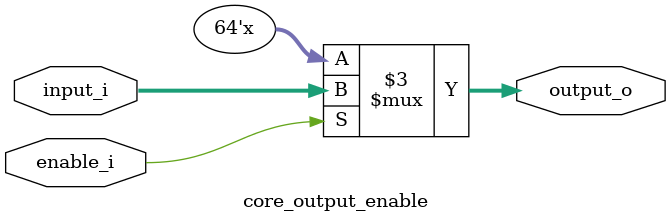
<source format=v>
module core_output_enable (
  input [63:0] input_i,

  input enable_i,

  output reg [63:0] output_o
);

always @(*) begin
  if (enable_i)
    output_o = input_i;
  else
    output_o = 64'bZZZZZZZZZZZZZZZZZZZZZZZZZZZZZZZZZZZZZZZZZZZZZZZZZZZZZZZZZZZZZZZZ;
end

endmodule

</source>
